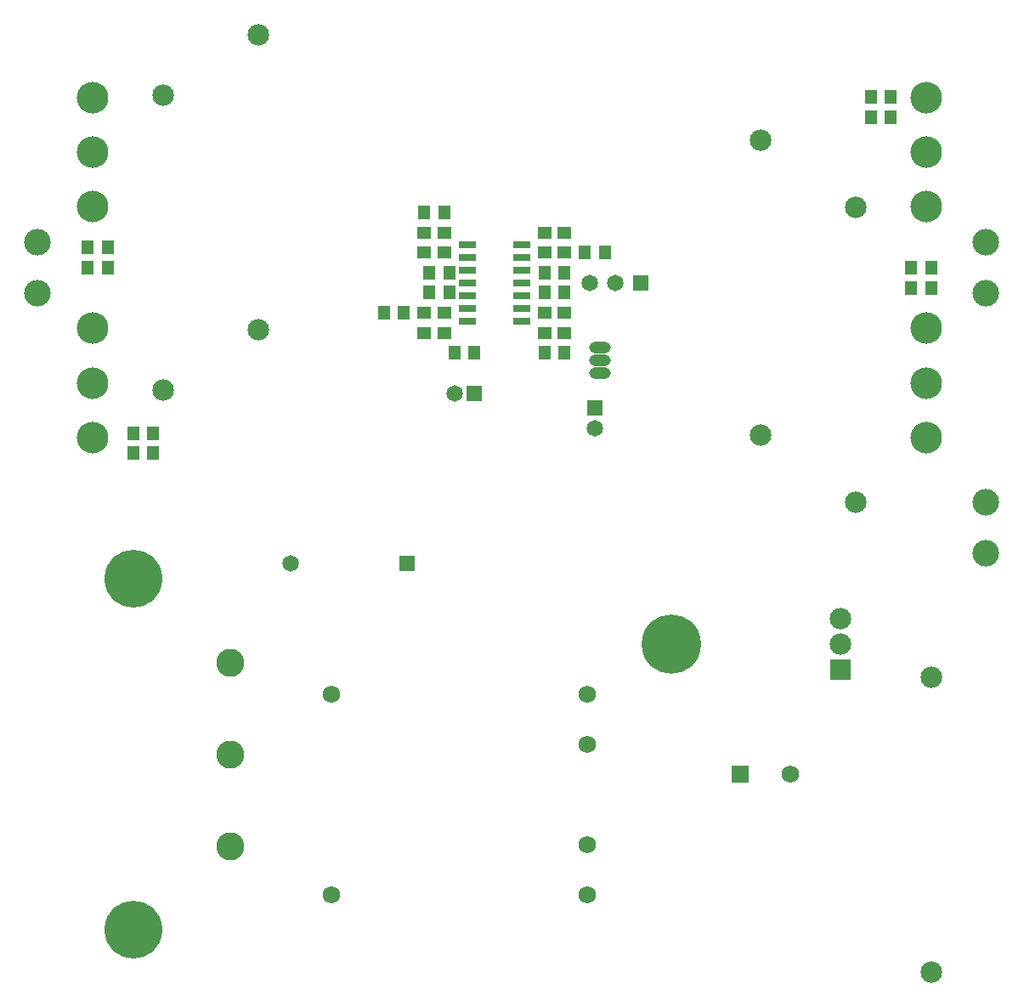
<source format=gts>
G04*
G04 #@! TF.GenerationSoftware,Altium Limited,Altium Designer,20.0.10 (225)*
G04*
G04 Layer_Color=8388736*
%FSLAX44Y44*%
%MOMM*%
G71*
G01*
G75*
%ADD15R,1.4000X1.1500*%
%ADD16R,1.1500X1.4000*%
%ADD17R,1.7000X0.7500*%
%ADD18C,1.7500*%
%ADD19C,1.6500*%
%ADD20R,1.6500X1.6500*%
%ADD21R,1.6500X1.6500*%
%ADD22O,2.1500X1.1500*%
%ADD23O,2.1500X1.1500*%
%ADD24C,2.1500*%
%ADD25R,1.7500X1.7500*%
%ADD26C,5.7500*%
%ADD27C,2.8000*%
%ADD28C,2.6500*%
%ADD29C,3.1500*%
%ADD30C,5.9000*%
%ADD31R,2.1500X2.1500*%
D15*
X550000Y770000D02*
D03*
Y750000D02*
D03*
X530000Y770000D02*
D03*
Y750000D02*
D03*
Y670000D02*
D03*
Y690000D02*
D03*
X550000Y670000D02*
D03*
Y690000D02*
D03*
X430000Y670000D02*
D03*
Y690000D02*
D03*
X410000D02*
D03*
Y670000D02*
D03*
X430000Y770000D02*
D03*
Y750000D02*
D03*
X410000Y770000D02*
D03*
Y750000D02*
D03*
D16*
X590000D02*
D03*
X570000D02*
D03*
X530003Y729995D02*
D03*
X550003D02*
D03*
X530000Y710000D02*
D03*
X550000D02*
D03*
X550000Y650000D02*
D03*
X530000D02*
D03*
X410000Y790000D02*
D03*
X430000D02*
D03*
X435000Y730000D02*
D03*
X415000D02*
D03*
X435000Y710000D02*
D03*
X415000D02*
D03*
X440000Y650000D02*
D03*
X460000D02*
D03*
X874997Y905005D02*
D03*
X854997D02*
D03*
X875000Y885000D02*
D03*
X855000D02*
D03*
X914994Y734997D02*
D03*
X894994D02*
D03*
X915000Y715000D02*
D03*
X895000D02*
D03*
X120000Y570000D02*
D03*
X140000D02*
D03*
X120000Y550000D02*
D03*
X140000D02*
D03*
X75000Y755000D02*
D03*
X95000D02*
D03*
X75010Y735003D02*
D03*
X95010D02*
D03*
X370000Y690000D02*
D03*
X390000D02*
D03*
D17*
X453000Y758100D02*
D03*
Y745400D02*
D03*
Y732700D02*
D03*
Y720000D02*
D03*
Y707300D02*
D03*
Y694600D02*
D03*
Y681900D02*
D03*
X507000Y758100D02*
D03*
Y745400D02*
D03*
Y732700D02*
D03*
Y720000D02*
D03*
Y707300D02*
D03*
Y694600D02*
D03*
Y681900D02*
D03*
D18*
X317500Y110000D02*
D03*
Y310000D02*
D03*
X572500Y110000D02*
D03*
Y310000D02*
D03*
Y160000D02*
D03*
Y260000D02*
D03*
X775000Y230000D02*
D03*
D19*
X575000Y720000D02*
D03*
X600400D02*
D03*
X440000Y610000D02*
D03*
X580000Y575000D02*
D03*
X276750Y440000D02*
D03*
D20*
X625800Y720000D02*
D03*
X460000Y610000D02*
D03*
X393250Y440000D02*
D03*
D21*
X580000Y595000D02*
D03*
D22*
X585000Y655000D02*
D03*
D23*
Y642300D02*
D03*
Y629600D02*
D03*
D24*
X745000Y862000D02*
D03*
Y568000D02*
D03*
X840000Y501000D02*
D03*
Y795000D02*
D03*
X915000Y33000D02*
D03*
Y327000D02*
D03*
X245000Y967000D02*
D03*
Y673000D02*
D03*
X150000Y613000D02*
D03*
Y907000D02*
D03*
X825000Y359600D02*
D03*
Y385000D02*
D03*
D25*
X725000Y230000D02*
D03*
D26*
X120000Y425000D02*
D03*
Y75000D02*
D03*
D27*
X216500Y158600D02*
D03*
X216500Y250000D02*
D03*
X216500Y341400D02*
D03*
D28*
X970000Y709600D02*
D03*
Y760400D02*
D03*
X25000Y709600D02*
D03*
Y760400D02*
D03*
X970000Y450200D02*
D03*
Y501000D02*
D03*
D29*
X80000Y795500D02*
D03*
Y850000D02*
D03*
Y904500D02*
D03*
X910000Y674500D02*
D03*
Y620000D02*
D03*
Y565500D02*
D03*
X80000Y565500D02*
D03*
Y620000D02*
D03*
Y674500D02*
D03*
X910000Y904500D02*
D03*
Y850000D02*
D03*
Y795500D02*
D03*
D30*
X656720Y359600D02*
D03*
D31*
X825000Y334200D02*
D03*
M02*

</source>
